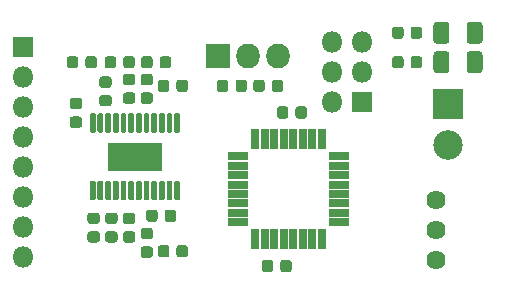
<source format=gbr>
%TF.GenerationSoftware,KiCad,Pcbnew,(5.1.6)-1*%
%TF.CreationDate,2020-11-02T22:50:54-07:00*%
%TF.ProjectId,single_driver,73696e67-6c65-45f6-9472-697665722e6b,rev?*%
%TF.SameCoordinates,Original*%
%TF.FileFunction,Soldermask,Top*%
%TF.FilePolarity,Negative*%
%FSLAX46Y46*%
G04 Gerber Fmt 4.6, Leading zero omitted, Abs format (unit mm)*
G04 Created by KiCad (PCBNEW (5.1.6)-1) date 2020-11-02 22:50:54*
%MOMM*%
%LPD*%
G01*
G04 APERTURE LIST*
%ADD10O,1.800000X1.800000*%
%ADD11R,1.800000X1.800000*%
%ADD12C,1.624000*%
%ADD13R,4.680000X2.400000*%
%ADD14O,2.005000X2.100000*%
%ADD15R,2.005000X2.100000*%
%ADD16R,0.650000X1.700000*%
%ADD17R,1.700000X0.650000*%
%ADD18C,2.500000*%
%ADD19R,2.500000X2.500000*%
G04 APERTURE END LIST*
D10*
%TO.C,J1*%
X166210000Y-94750000D03*
X168750000Y-94750000D03*
X166210000Y-97290000D03*
X168750000Y-97290000D03*
X166210000Y-99830000D03*
D11*
X168750000Y-99830000D03*
%TD*%
D12*
%TO.C,RV1*%
X175000000Y-108170000D03*
X175000000Y-110710000D03*
X175000000Y-113250000D03*
%TD*%
D13*
%TO.C,U3*%
X149500000Y-104500000D03*
G36*
G01*
X146050000Y-102475000D02*
X145800000Y-102475000D01*
G75*
G02*
X145675000Y-102350000I0J125000D01*
G01*
X145675000Y-100925000D01*
G75*
G02*
X145800000Y-100800000I125000J0D01*
G01*
X146050000Y-100800000D01*
G75*
G02*
X146175000Y-100925000I0J-125000D01*
G01*
X146175000Y-102350000D01*
G75*
G02*
X146050000Y-102475000I-125000J0D01*
G01*
G37*
G36*
G01*
X146700000Y-102475000D02*
X146450000Y-102475000D01*
G75*
G02*
X146325000Y-102350000I0J125000D01*
G01*
X146325000Y-100925000D01*
G75*
G02*
X146450000Y-100800000I125000J0D01*
G01*
X146700000Y-100800000D01*
G75*
G02*
X146825000Y-100925000I0J-125000D01*
G01*
X146825000Y-102350000D01*
G75*
G02*
X146700000Y-102475000I-125000J0D01*
G01*
G37*
G36*
G01*
X147350000Y-102475000D02*
X147100000Y-102475000D01*
G75*
G02*
X146975000Y-102350000I0J125000D01*
G01*
X146975000Y-100925000D01*
G75*
G02*
X147100000Y-100800000I125000J0D01*
G01*
X147350000Y-100800000D01*
G75*
G02*
X147475000Y-100925000I0J-125000D01*
G01*
X147475000Y-102350000D01*
G75*
G02*
X147350000Y-102475000I-125000J0D01*
G01*
G37*
G36*
G01*
X148000000Y-102475000D02*
X147750000Y-102475000D01*
G75*
G02*
X147625000Y-102350000I0J125000D01*
G01*
X147625000Y-100925000D01*
G75*
G02*
X147750000Y-100800000I125000J0D01*
G01*
X148000000Y-100800000D01*
G75*
G02*
X148125000Y-100925000I0J-125000D01*
G01*
X148125000Y-102350000D01*
G75*
G02*
X148000000Y-102475000I-125000J0D01*
G01*
G37*
G36*
G01*
X148650000Y-102475000D02*
X148400000Y-102475000D01*
G75*
G02*
X148275000Y-102350000I0J125000D01*
G01*
X148275000Y-100925000D01*
G75*
G02*
X148400000Y-100800000I125000J0D01*
G01*
X148650000Y-100800000D01*
G75*
G02*
X148775000Y-100925000I0J-125000D01*
G01*
X148775000Y-102350000D01*
G75*
G02*
X148650000Y-102475000I-125000J0D01*
G01*
G37*
G36*
G01*
X149300000Y-102475000D02*
X149050000Y-102475000D01*
G75*
G02*
X148925000Y-102350000I0J125000D01*
G01*
X148925000Y-100925000D01*
G75*
G02*
X149050000Y-100800000I125000J0D01*
G01*
X149300000Y-100800000D01*
G75*
G02*
X149425000Y-100925000I0J-125000D01*
G01*
X149425000Y-102350000D01*
G75*
G02*
X149300000Y-102475000I-125000J0D01*
G01*
G37*
G36*
G01*
X149950000Y-102475000D02*
X149700000Y-102475000D01*
G75*
G02*
X149575000Y-102350000I0J125000D01*
G01*
X149575000Y-100925000D01*
G75*
G02*
X149700000Y-100800000I125000J0D01*
G01*
X149950000Y-100800000D01*
G75*
G02*
X150075000Y-100925000I0J-125000D01*
G01*
X150075000Y-102350000D01*
G75*
G02*
X149950000Y-102475000I-125000J0D01*
G01*
G37*
G36*
G01*
X150600000Y-102475000D02*
X150350000Y-102475000D01*
G75*
G02*
X150225000Y-102350000I0J125000D01*
G01*
X150225000Y-100925000D01*
G75*
G02*
X150350000Y-100800000I125000J0D01*
G01*
X150600000Y-100800000D01*
G75*
G02*
X150725000Y-100925000I0J-125000D01*
G01*
X150725000Y-102350000D01*
G75*
G02*
X150600000Y-102475000I-125000J0D01*
G01*
G37*
G36*
G01*
X151250000Y-102475000D02*
X151000000Y-102475000D01*
G75*
G02*
X150875000Y-102350000I0J125000D01*
G01*
X150875000Y-100925000D01*
G75*
G02*
X151000000Y-100800000I125000J0D01*
G01*
X151250000Y-100800000D01*
G75*
G02*
X151375000Y-100925000I0J-125000D01*
G01*
X151375000Y-102350000D01*
G75*
G02*
X151250000Y-102475000I-125000J0D01*
G01*
G37*
G36*
G01*
X151900000Y-102475000D02*
X151650000Y-102475000D01*
G75*
G02*
X151525000Y-102350000I0J125000D01*
G01*
X151525000Y-100925000D01*
G75*
G02*
X151650000Y-100800000I125000J0D01*
G01*
X151900000Y-100800000D01*
G75*
G02*
X152025000Y-100925000I0J-125000D01*
G01*
X152025000Y-102350000D01*
G75*
G02*
X151900000Y-102475000I-125000J0D01*
G01*
G37*
G36*
G01*
X152550000Y-102475000D02*
X152300000Y-102475000D01*
G75*
G02*
X152175000Y-102350000I0J125000D01*
G01*
X152175000Y-100925000D01*
G75*
G02*
X152300000Y-100800000I125000J0D01*
G01*
X152550000Y-100800000D01*
G75*
G02*
X152675000Y-100925000I0J-125000D01*
G01*
X152675000Y-102350000D01*
G75*
G02*
X152550000Y-102475000I-125000J0D01*
G01*
G37*
G36*
G01*
X153200000Y-102475000D02*
X152950000Y-102475000D01*
G75*
G02*
X152825000Y-102350000I0J125000D01*
G01*
X152825000Y-100925000D01*
G75*
G02*
X152950000Y-100800000I125000J0D01*
G01*
X153200000Y-100800000D01*
G75*
G02*
X153325000Y-100925000I0J-125000D01*
G01*
X153325000Y-102350000D01*
G75*
G02*
X153200000Y-102475000I-125000J0D01*
G01*
G37*
G36*
G01*
X153200000Y-108200000D02*
X152950000Y-108200000D01*
G75*
G02*
X152825000Y-108075000I0J125000D01*
G01*
X152825000Y-106650000D01*
G75*
G02*
X152950000Y-106525000I125000J0D01*
G01*
X153200000Y-106525000D01*
G75*
G02*
X153325000Y-106650000I0J-125000D01*
G01*
X153325000Y-108075000D01*
G75*
G02*
X153200000Y-108200000I-125000J0D01*
G01*
G37*
G36*
G01*
X152550000Y-108200000D02*
X152300000Y-108200000D01*
G75*
G02*
X152175000Y-108075000I0J125000D01*
G01*
X152175000Y-106650000D01*
G75*
G02*
X152300000Y-106525000I125000J0D01*
G01*
X152550000Y-106525000D01*
G75*
G02*
X152675000Y-106650000I0J-125000D01*
G01*
X152675000Y-108075000D01*
G75*
G02*
X152550000Y-108200000I-125000J0D01*
G01*
G37*
G36*
G01*
X151900000Y-108200000D02*
X151650000Y-108200000D01*
G75*
G02*
X151525000Y-108075000I0J125000D01*
G01*
X151525000Y-106650000D01*
G75*
G02*
X151650000Y-106525000I125000J0D01*
G01*
X151900000Y-106525000D01*
G75*
G02*
X152025000Y-106650000I0J-125000D01*
G01*
X152025000Y-108075000D01*
G75*
G02*
X151900000Y-108200000I-125000J0D01*
G01*
G37*
G36*
G01*
X151250000Y-108200000D02*
X151000000Y-108200000D01*
G75*
G02*
X150875000Y-108075000I0J125000D01*
G01*
X150875000Y-106650000D01*
G75*
G02*
X151000000Y-106525000I125000J0D01*
G01*
X151250000Y-106525000D01*
G75*
G02*
X151375000Y-106650000I0J-125000D01*
G01*
X151375000Y-108075000D01*
G75*
G02*
X151250000Y-108200000I-125000J0D01*
G01*
G37*
G36*
G01*
X150600000Y-108200000D02*
X150350000Y-108200000D01*
G75*
G02*
X150225000Y-108075000I0J125000D01*
G01*
X150225000Y-106650000D01*
G75*
G02*
X150350000Y-106525000I125000J0D01*
G01*
X150600000Y-106525000D01*
G75*
G02*
X150725000Y-106650000I0J-125000D01*
G01*
X150725000Y-108075000D01*
G75*
G02*
X150600000Y-108200000I-125000J0D01*
G01*
G37*
G36*
G01*
X149950000Y-108200000D02*
X149700000Y-108200000D01*
G75*
G02*
X149575000Y-108075000I0J125000D01*
G01*
X149575000Y-106650000D01*
G75*
G02*
X149700000Y-106525000I125000J0D01*
G01*
X149950000Y-106525000D01*
G75*
G02*
X150075000Y-106650000I0J-125000D01*
G01*
X150075000Y-108075000D01*
G75*
G02*
X149950000Y-108200000I-125000J0D01*
G01*
G37*
G36*
G01*
X149300000Y-108200000D02*
X149050000Y-108200000D01*
G75*
G02*
X148925000Y-108075000I0J125000D01*
G01*
X148925000Y-106650000D01*
G75*
G02*
X149050000Y-106525000I125000J0D01*
G01*
X149300000Y-106525000D01*
G75*
G02*
X149425000Y-106650000I0J-125000D01*
G01*
X149425000Y-108075000D01*
G75*
G02*
X149300000Y-108200000I-125000J0D01*
G01*
G37*
G36*
G01*
X148650000Y-108200000D02*
X148400000Y-108200000D01*
G75*
G02*
X148275000Y-108075000I0J125000D01*
G01*
X148275000Y-106650000D01*
G75*
G02*
X148400000Y-106525000I125000J0D01*
G01*
X148650000Y-106525000D01*
G75*
G02*
X148775000Y-106650000I0J-125000D01*
G01*
X148775000Y-108075000D01*
G75*
G02*
X148650000Y-108200000I-125000J0D01*
G01*
G37*
G36*
G01*
X148000000Y-108200000D02*
X147750000Y-108200000D01*
G75*
G02*
X147625000Y-108075000I0J125000D01*
G01*
X147625000Y-106650000D01*
G75*
G02*
X147750000Y-106525000I125000J0D01*
G01*
X148000000Y-106525000D01*
G75*
G02*
X148125000Y-106650000I0J-125000D01*
G01*
X148125000Y-108075000D01*
G75*
G02*
X148000000Y-108200000I-125000J0D01*
G01*
G37*
G36*
G01*
X147350000Y-108200000D02*
X147100000Y-108200000D01*
G75*
G02*
X146975000Y-108075000I0J125000D01*
G01*
X146975000Y-106650000D01*
G75*
G02*
X147100000Y-106525000I125000J0D01*
G01*
X147350000Y-106525000D01*
G75*
G02*
X147475000Y-106650000I0J-125000D01*
G01*
X147475000Y-108075000D01*
G75*
G02*
X147350000Y-108200000I-125000J0D01*
G01*
G37*
G36*
G01*
X146700000Y-108200000D02*
X146450000Y-108200000D01*
G75*
G02*
X146325000Y-108075000I0J125000D01*
G01*
X146325000Y-106650000D01*
G75*
G02*
X146450000Y-106525000I125000J0D01*
G01*
X146700000Y-106525000D01*
G75*
G02*
X146825000Y-106650000I0J-125000D01*
G01*
X146825000Y-108075000D01*
G75*
G02*
X146700000Y-108200000I-125000J0D01*
G01*
G37*
G36*
G01*
X146050000Y-108200000D02*
X145800000Y-108200000D01*
G75*
G02*
X145675000Y-108075000I0J125000D01*
G01*
X145675000Y-106650000D01*
G75*
G02*
X145800000Y-106525000I125000J0D01*
G01*
X146050000Y-106525000D01*
G75*
G02*
X146175000Y-106650000I0J-125000D01*
G01*
X146175000Y-108075000D01*
G75*
G02*
X146050000Y-108200000I-125000J0D01*
G01*
G37*
%TD*%
D14*
%TO.C,U2*%
X161580000Y-96000000D03*
X159040000Y-96000000D03*
D15*
X156500000Y-96000000D03*
%TD*%
D16*
%TO.C,U1*%
X159700000Y-111500000D03*
X160500000Y-111500000D03*
X161300000Y-111500000D03*
X162100000Y-111500000D03*
X162900000Y-111500000D03*
X163700000Y-111500000D03*
X164500000Y-111500000D03*
X165300000Y-111500000D03*
D17*
X166750000Y-110050000D03*
X166750000Y-109250000D03*
X166750000Y-108450000D03*
X166750000Y-107650000D03*
X166750000Y-106850000D03*
X166750000Y-106050000D03*
X166750000Y-105250000D03*
X166750000Y-104450000D03*
D16*
X165300000Y-103000000D03*
X164500000Y-103000000D03*
X163700000Y-103000000D03*
X162900000Y-103000000D03*
X162100000Y-103000000D03*
X161300000Y-103000000D03*
X160500000Y-103000000D03*
X159700000Y-103000000D03*
D17*
X158250000Y-104450000D03*
X158250000Y-105250000D03*
X158250000Y-106050000D03*
X158250000Y-106850000D03*
X158250000Y-107650000D03*
X158250000Y-108450000D03*
X158250000Y-109250000D03*
X158250000Y-110050000D03*
%TD*%
%TO.C,R11*%
G36*
G01*
X148718750Y-110800000D02*
X149281250Y-110800000D01*
G75*
G02*
X149525000Y-111043750I0J-243750D01*
G01*
X149525000Y-111531250D01*
G75*
G02*
X149281250Y-111775000I-243750J0D01*
G01*
X148718750Y-111775000D01*
G75*
G02*
X148475000Y-111531250I0J243750D01*
G01*
X148475000Y-111043750D01*
G75*
G02*
X148718750Y-110800000I243750J0D01*
G01*
G37*
G36*
G01*
X148718750Y-109225000D02*
X149281250Y-109225000D01*
G75*
G02*
X149525000Y-109468750I0J-243750D01*
G01*
X149525000Y-109956250D01*
G75*
G02*
X149281250Y-110200000I-243750J0D01*
G01*
X148718750Y-110200000D01*
G75*
G02*
X148475000Y-109956250I0J243750D01*
G01*
X148475000Y-109468750D01*
G75*
G02*
X148718750Y-109225000I243750J0D01*
G01*
G37*
%TD*%
%TO.C,R10*%
G36*
G01*
X147218750Y-110800000D02*
X147781250Y-110800000D01*
G75*
G02*
X148025000Y-111043750I0J-243750D01*
G01*
X148025000Y-111531250D01*
G75*
G02*
X147781250Y-111775000I-243750J0D01*
G01*
X147218750Y-111775000D01*
G75*
G02*
X146975000Y-111531250I0J243750D01*
G01*
X146975000Y-111043750D01*
G75*
G02*
X147218750Y-110800000I243750J0D01*
G01*
G37*
G36*
G01*
X147218750Y-109225000D02*
X147781250Y-109225000D01*
G75*
G02*
X148025000Y-109468750I0J-243750D01*
G01*
X148025000Y-109956250D01*
G75*
G02*
X147781250Y-110200000I-243750J0D01*
G01*
X147218750Y-110200000D01*
G75*
G02*
X146975000Y-109956250I0J243750D01*
G01*
X146975000Y-109468750D01*
G75*
G02*
X147218750Y-109225000I243750J0D01*
G01*
G37*
%TD*%
%TO.C,R9*%
G36*
G01*
X145718750Y-110800000D02*
X146281250Y-110800000D01*
G75*
G02*
X146525000Y-111043750I0J-243750D01*
G01*
X146525000Y-111531250D01*
G75*
G02*
X146281250Y-111775000I-243750J0D01*
G01*
X145718750Y-111775000D01*
G75*
G02*
X145475000Y-111531250I0J243750D01*
G01*
X145475000Y-111043750D01*
G75*
G02*
X145718750Y-110800000I243750J0D01*
G01*
G37*
G36*
G01*
X145718750Y-109225000D02*
X146281250Y-109225000D01*
G75*
G02*
X146525000Y-109468750I0J-243750D01*
G01*
X146525000Y-109956250D01*
G75*
G02*
X146281250Y-110200000I-243750J0D01*
G01*
X145718750Y-110200000D01*
G75*
G02*
X145475000Y-109956250I0J243750D01*
G01*
X145475000Y-109468750D01*
G75*
G02*
X145718750Y-109225000I243750J0D01*
G01*
G37*
%TD*%
%TO.C,R8*%
G36*
G01*
X148718750Y-99050000D02*
X149281250Y-99050000D01*
G75*
G02*
X149525000Y-99293750I0J-243750D01*
G01*
X149525000Y-99781250D01*
G75*
G02*
X149281250Y-100025000I-243750J0D01*
G01*
X148718750Y-100025000D01*
G75*
G02*
X148475000Y-99781250I0J243750D01*
G01*
X148475000Y-99293750D01*
G75*
G02*
X148718750Y-99050000I243750J0D01*
G01*
G37*
G36*
G01*
X148718750Y-97475000D02*
X149281250Y-97475000D01*
G75*
G02*
X149525000Y-97718750I0J-243750D01*
G01*
X149525000Y-98206250D01*
G75*
G02*
X149281250Y-98450000I-243750J0D01*
G01*
X148718750Y-98450000D01*
G75*
G02*
X148475000Y-98206250I0J243750D01*
G01*
X148475000Y-97718750D01*
G75*
G02*
X148718750Y-97475000I243750J0D01*
G01*
G37*
%TD*%
%TO.C,R7*%
G36*
G01*
X144218750Y-101087500D02*
X144781250Y-101087500D01*
G75*
G02*
X145025000Y-101331250I0J-243750D01*
G01*
X145025000Y-101818750D01*
G75*
G02*
X144781250Y-102062500I-243750J0D01*
G01*
X144218750Y-102062500D01*
G75*
G02*
X143975000Y-101818750I0J243750D01*
G01*
X143975000Y-101331250D01*
G75*
G02*
X144218750Y-101087500I243750J0D01*
G01*
G37*
G36*
G01*
X144218750Y-99512500D02*
X144781250Y-99512500D01*
G75*
G02*
X145025000Y-99756250I0J-243750D01*
G01*
X145025000Y-100243750D01*
G75*
G02*
X144781250Y-100487500I-243750J0D01*
G01*
X144218750Y-100487500D01*
G75*
G02*
X143975000Y-100243750I0J243750D01*
G01*
X143975000Y-99756250D01*
G75*
G02*
X144218750Y-99512500I243750J0D01*
G01*
G37*
%TD*%
%TO.C,R6*%
G36*
G01*
X150781250Y-98450000D02*
X150218750Y-98450000D01*
G75*
G02*
X149975000Y-98206250I0J243750D01*
G01*
X149975000Y-97718750D01*
G75*
G02*
X150218750Y-97475000I243750J0D01*
G01*
X150781250Y-97475000D01*
G75*
G02*
X151025000Y-97718750I0J-243750D01*
G01*
X151025000Y-98206250D01*
G75*
G02*
X150781250Y-98450000I-243750J0D01*
G01*
G37*
G36*
G01*
X150781250Y-100025000D02*
X150218750Y-100025000D01*
G75*
G02*
X149975000Y-99781250I0J243750D01*
G01*
X149975000Y-99293750D01*
G75*
G02*
X150218750Y-99050000I243750J0D01*
G01*
X150781250Y-99050000D01*
G75*
G02*
X151025000Y-99293750I0J-243750D01*
G01*
X151025000Y-99781250D01*
G75*
G02*
X150781250Y-100025000I-243750J0D01*
G01*
G37*
%TD*%
%TO.C,R5*%
G36*
G01*
X150987500Y-96218750D02*
X150987500Y-96781250D01*
G75*
G02*
X150743750Y-97025000I-243750J0D01*
G01*
X150256250Y-97025000D01*
G75*
G02*
X150012500Y-96781250I0J243750D01*
G01*
X150012500Y-96218750D01*
G75*
G02*
X150256250Y-95975000I243750J0D01*
G01*
X150743750Y-95975000D01*
G75*
G02*
X150987500Y-96218750I0J-243750D01*
G01*
G37*
G36*
G01*
X152562500Y-96218750D02*
X152562500Y-96781250D01*
G75*
G02*
X152318750Y-97025000I-243750J0D01*
G01*
X151831250Y-97025000D01*
G75*
G02*
X151587500Y-96781250I0J243750D01*
G01*
X151587500Y-96218750D01*
G75*
G02*
X151831250Y-95975000I243750J0D01*
G01*
X152318750Y-95975000D01*
G75*
G02*
X152562500Y-96218750I0J-243750D01*
G01*
G37*
%TD*%
%TO.C,R4*%
G36*
G01*
X172237500Y-96218750D02*
X172237500Y-96781250D01*
G75*
G02*
X171993750Y-97025000I-243750J0D01*
G01*
X171506250Y-97025000D01*
G75*
G02*
X171262500Y-96781250I0J243750D01*
G01*
X171262500Y-96218750D01*
G75*
G02*
X171506250Y-95975000I243750J0D01*
G01*
X171993750Y-95975000D01*
G75*
G02*
X172237500Y-96218750I0J-243750D01*
G01*
G37*
G36*
G01*
X173812500Y-96218750D02*
X173812500Y-96781250D01*
G75*
G02*
X173568750Y-97025000I-243750J0D01*
G01*
X173081250Y-97025000D01*
G75*
G02*
X172837500Y-96781250I0J243750D01*
G01*
X172837500Y-96218750D01*
G75*
G02*
X173081250Y-95975000I243750J0D01*
G01*
X173568750Y-95975000D01*
G75*
G02*
X173812500Y-96218750I0J-243750D01*
G01*
G37*
%TD*%
%TO.C,R3*%
G36*
G01*
X145300000Y-96781250D02*
X145300000Y-96218750D01*
G75*
G02*
X145543750Y-95975000I243750J0D01*
G01*
X146031250Y-95975000D01*
G75*
G02*
X146275000Y-96218750I0J-243750D01*
G01*
X146275000Y-96781250D01*
G75*
G02*
X146031250Y-97025000I-243750J0D01*
G01*
X145543750Y-97025000D01*
G75*
G02*
X145300000Y-96781250I0J243750D01*
G01*
G37*
G36*
G01*
X143725000Y-96781250D02*
X143725000Y-96218750D01*
G75*
G02*
X143968750Y-95975000I243750J0D01*
G01*
X144456250Y-95975000D01*
G75*
G02*
X144700000Y-96218750I0J-243750D01*
G01*
X144700000Y-96781250D01*
G75*
G02*
X144456250Y-97025000I-243750J0D01*
G01*
X143968750Y-97025000D01*
G75*
G02*
X143725000Y-96781250I0J243750D01*
G01*
G37*
%TD*%
%TO.C,R2*%
G36*
G01*
X148512500Y-96781250D02*
X148512500Y-96218750D01*
G75*
G02*
X148756250Y-95975000I243750J0D01*
G01*
X149243750Y-95975000D01*
G75*
G02*
X149487500Y-96218750I0J-243750D01*
G01*
X149487500Y-96781250D01*
G75*
G02*
X149243750Y-97025000I-243750J0D01*
G01*
X148756250Y-97025000D01*
G75*
G02*
X148512500Y-96781250I0J243750D01*
G01*
G37*
G36*
G01*
X146937500Y-96781250D02*
X146937500Y-96218750D01*
G75*
G02*
X147181250Y-95975000I243750J0D01*
G01*
X147668750Y-95975000D01*
G75*
G02*
X147912500Y-96218750I0J-243750D01*
G01*
X147912500Y-96781250D01*
G75*
G02*
X147668750Y-97025000I-243750J0D01*
G01*
X147181250Y-97025000D01*
G75*
G02*
X146937500Y-96781250I0J243750D01*
G01*
G37*
%TD*%
%TO.C,R1*%
G36*
G01*
X172237500Y-93718750D02*
X172237500Y-94281250D01*
G75*
G02*
X171993750Y-94525000I-243750J0D01*
G01*
X171506250Y-94525000D01*
G75*
G02*
X171262500Y-94281250I0J243750D01*
G01*
X171262500Y-93718750D01*
G75*
G02*
X171506250Y-93475000I243750J0D01*
G01*
X171993750Y-93475000D01*
G75*
G02*
X172237500Y-93718750I0J-243750D01*
G01*
G37*
G36*
G01*
X173812500Y-93718750D02*
X173812500Y-94281250D01*
G75*
G02*
X173568750Y-94525000I-243750J0D01*
G01*
X173081250Y-94525000D01*
G75*
G02*
X172837500Y-94281250I0J243750D01*
G01*
X172837500Y-93718750D01*
G75*
G02*
X173081250Y-93475000I243750J0D01*
G01*
X173568750Y-93475000D01*
G75*
G02*
X173812500Y-93718750I0J-243750D01*
G01*
G37*
%TD*%
D10*
%TO.C,J3*%
X140000000Y-113000000D03*
X140000000Y-110460000D03*
X140000000Y-107920000D03*
X140000000Y-105380000D03*
X140000000Y-102840000D03*
X140000000Y-100300000D03*
X140000000Y-97760000D03*
D11*
X140000000Y-95220000D03*
%TD*%
D18*
%TO.C,J2*%
X176000000Y-103500000D03*
D19*
X176000000Y-100000000D03*
%TD*%
%TO.C,D2*%
G36*
G01*
X177575000Y-97155000D02*
X177575000Y-95845000D01*
G75*
G02*
X177845000Y-95575000I270000J0D01*
G01*
X178655000Y-95575000D01*
G75*
G02*
X178925000Y-95845000I0J-270000D01*
G01*
X178925000Y-97155000D01*
G75*
G02*
X178655000Y-97425000I-270000J0D01*
G01*
X177845000Y-97425000D01*
G75*
G02*
X177575000Y-97155000I0J270000D01*
G01*
G37*
G36*
G01*
X174775000Y-97155000D02*
X174775000Y-95845000D01*
G75*
G02*
X175045000Y-95575000I270000J0D01*
G01*
X175855000Y-95575000D01*
G75*
G02*
X176125000Y-95845000I0J-270000D01*
G01*
X176125000Y-97155000D01*
G75*
G02*
X175855000Y-97425000I-270000J0D01*
G01*
X175045000Y-97425000D01*
G75*
G02*
X174775000Y-97155000I0J270000D01*
G01*
G37*
%TD*%
%TO.C,D1*%
G36*
G01*
X177575000Y-94655000D02*
X177575000Y-93345000D01*
G75*
G02*
X177845000Y-93075000I270000J0D01*
G01*
X178655000Y-93075000D01*
G75*
G02*
X178925000Y-93345000I0J-270000D01*
G01*
X178925000Y-94655000D01*
G75*
G02*
X178655000Y-94925000I-270000J0D01*
G01*
X177845000Y-94925000D01*
G75*
G02*
X177575000Y-94655000I0J270000D01*
G01*
G37*
G36*
G01*
X174775000Y-94655000D02*
X174775000Y-93345000D01*
G75*
G02*
X175045000Y-93075000I270000J0D01*
G01*
X175855000Y-93075000D01*
G75*
G02*
X176125000Y-93345000I0J-270000D01*
G01*
X176125000Y-94655000D01*
G75*
G02*
X175855000Y-94925000I-270000J0D01*
G01*
X175045000Y-94925000D01*
G75*
G02*
X174775000Y-94655000I0J270000D01*
G01*
G37*
%TD*%
%TO.C,C9*%
G36*
G01*
X151412500Y-109218750D02*
X151412500Y-109781250D01*
G75*
G02*
X151168750Y-110025000I-243750J0D01*
G01*
X150681250Y-110025000D01*
G75*
G02*
X150437500Y-109781250I0J243750D01*
G01*
X150437500Y-109218750D01*
G75*
G02*
X150681250Y-108975000I243750J0D01*
G01*
X151168750Y-108975000D01*
G75*
G02*
X151412500Y-109218750I0J-243750D01*
G01*
G37*
G36*
G01*
X152987500Y-109218750D02*
X152987500Y-109781250D01*
G75*
G02*
X152743750Y-110025000I-243750J0D01*
G01*
X152256250Y-110025000D01*
G75*
G02*
X152012500Y-109781250I0J243750D01*
G01*
X152012500Y-109218750D01*
G75*
G02*
X152256250Y-108975000I243750J0D01*
G01*
X152743750Y-108975000D01*
G75*
G02*
X152987500Y-109218750I0J-243750D01*
G01*
G37*
%TD*%
%TO.C,C8*%
G36*
G01*
X150781250Y-111487500D02*
X150218750Y-111487500D01*
G75*
G02*
X149975000Y-111243750I0J243750D01*
G01*
X149975000Y-110756250D01*
G75*
G02*
X150218750Y-110512500I243750J0D01*
G01*
X150781250Y-110512500D01*
G75*
G02*
X151025000Y-110756250I0J-243750D01*
G01*
X151025000Y-111243750D01*
G75*
G02*
X150781250Y-111487500I-243750J0D01*
G01*
G37*
G36*
G01*
X150781250Y-113062500D02*
X150218750Y-113062500D01*
G75*
G02*
X149975000Y-112818750I0J243750D01*
G01*
X149975000Y-112331250D01*
G75*
G02*
X150218750Y-112087500I243750J0D01*
G01*
X150781250Y-112087500D01*
G75*
G02*
X151025000Y-112331250I0J-243750D01*
G01*
X151025000Y-112818750D01*
G75*
G02*
X150781250Y-113062500I-243750J0D01*
G01*
G37*
%TD*%
%TO.C,C7*%
G36*
G01*
X146718750Y-99262500D02*
X147281250Y-99262500D01*
G75*
G02*
X147525000Y-99506250I0J-243750D01*
G01*
X147525000Y-99993750D01*
G75*
G02*
X147281250Y-100237500I-243750J0D01*
G01*
X146718750Y-100237500D01*
G75*
G02*
X146475000Y-99993750I0J243750D01*
G01*
X146475000Y-99506250D01*
G75*
G02*
X146718750Y-99262500I243750J0D01*
G01*
G37*
G36*
G01*
X146718750Y-97687500D02*
X147281250Y-97687500D01*
G75*
G02*
X147525000Y-97931250I0J-243750D01*
G01*
X147525000Y-98418750D01*
G75*
G02*
X147281250Y-98662500I-243750J0D01*
G01*
X146718750Y-98662500D01*
G75*
G02*
X146475000Y-98418750I0J243750D01*
G01*
X146475000Y-97931250D01*
G75*
G02*
X146718750Y-97687500I243750J0D01*
G01*
G37*
%TD*%
%TO.C,C6*%
G36*
G01*
X152412500Y-98218750D02*
X152412500Y-98781250D01*
G75*
G02*
X152168750Y-99025000I-243750J0D01*
G01*
X151681250Y-99025000D01*
G75*
G02*
X151437500Y-98781250I0J243750D01*
G01*
X151437500Y-98218750D01*
G75*
G02*
X151681250Y-97975000I243750J0D01*
G01*
X152168750Y-97975000D01*
G75*
G02*
X152412500Y-98218750I0J-243750D01*
G01*
G37*
G36*
G01*
X153987500Y-98218750D02*
X153987500Y-98781250D01*
G75*
G02*
X153743750Y-99025000I-243750J0D01*
G01*
X153256250Y-99025000D01*
G75*
G02*
X153012500Y-98781250I0J243750D01*
G01*
X153012500Y-98218750D01*
G75*
G02*
X153256250Y-97975000I243750J0D01*
G01*
X153743750Y-97975000D01*
G75*
G02*
X153987500Y-98218750I0J-243750D01*
G01*
G37*
%TD*%
%TO.C,C5*%
G36*
G01*
X152412500Y-112218750D02*
X152412500Y-112781250D01*
G75*
G02*
X152168750Y-113025000I-243750J0D01*
G01*
X151681250Y-113025000D01*
G75*
G02*
X151437500Y-112781250I0J243750D01*
G01*
X151437500Y-112218750D01*
G75*
G02*
X151681250Y-111975000I243750J0D01*
G01*
X152168750Y-111975000D01*
G75*
G02*
X152412500Y-112218750I0J-243750D01*
G01*
G37*
G36*
G01*
X153987500Y-112218750D02*
X153987500Y-112781250D01*
G75*
G02*
X153743750Y-113025000I-243750J0D01*
G01*
X153256250Y-113025000D01*
G75*
G02*
X153012500Y-112781250I0J243750D01*
G01*
X153012500Y-112218750D01*
G75*
G02*
X153256250Y-111975000I243750J0D01*
G01*
X153743750Y-111975000D01*
G75*
G02*
X153987500Y-112218750I0J-243750D01*
G01*
G37*
%TD*%
%TO.C,C4*%
G36*
G01*
X160487500Y-98218750D02*
X160487500Y-98781250D01*
G75*
G02*
X160243750Y-99025000I-243750J0D01*
G01*
X159756250Y-99025000D01*
G75*
G02*
X159512500Y-98781250I0J243750D01*
G01*
X159512500Y-98218750D01*
G75*
G02*
X159756250Y-97975000I243750J0D01*
G01*
X160243750Y-97975000D01*
G75*
G02*
X160487500Y-98218750I0J-243750D01*
G01*
G37*
G36*
G01*
X162062500Y-98218750D02*
X162062500Y-98781250D01*
G75*
G02*
X161818750Y-99025000I-243750J0D01*
G01*
X161331250Y-99025000D01*
G75*
G02*
X161087500Y-98781250I0J243750D01*
G01*
X161087500Y-98218750D01*
G75*
G02*
X161331250Y-97975000I243750J0D01*
G01*
X161818750Y-97975000D01*
G75*
G02*
X162062500Y-98218750I0J-243750D01*
G01*
G37*
%TD*%
%TO.C,C3*%
G36*
G01*
X158012500Y-98781250D02*
X158012500Y-98218750D01*
G75*
G02*
X158256250Y-97975000I243750J0D01*
G01*
X158743750Y-97975000D01*
G75*
G02*
X158987500Y-98218750I0J-243750D01*
G01*
X158987500Y-98781250D01*
G75*
G02*
X158743750Y-99025000I-243750J0D01*
G01*
X158256250Y-99025000D01*
G75*
G02*
X158012500Y-98781250I0J243750D01*
G01*
G37*
G36*
G01*
X156437500Y-98781250D02*
X156437500Y-98218750D01*
G75*
G02*
X156681250Y-97975000I243750J0D01*
G01*
X157168750Y-97975000D01*
G75*
G02*
X157412500Y-98218750I0J-243750D01*
G01*
X157412500Y-98781250D01*
G75*
G02*
X157168750Y-99025000I-243750J0D01*
G01*
X156681250Y-99025000D01*
G75*
G02*
X156437500Y-98781250I0J243750D01*
G01*
G37*
%TD*%
%TO.C,C2*%
G36*
G01*
X164062500Y-100468750D02*
X164062500Y-101031250D01*
G75*
G02*
X163818750Y-101275000I-243750J0D01*
G01*
X163331250Y-101275000D01*
G75*
G02*
X163087500Y-101031250I0J243750D01*
G01*
X163087500Y-100468750D01*
G75*
G02*
X163331250Y-100225000I243750J0D01*
G01*
X163818750Y-100225000D01*
G75*
G02*
X164062500Y-100468750I0J-243750D01*
G01*
G37*
G36*
G01*
X162487500Y-100468750D02*
X162487500Y-101031250D01*
G75*
G02*
X162243750Y-101275000I-243750J0D01*
G01*
X161756250Y-101275000D01*
G75*
G02*
X161512500Y-101031250I0J243750D01*
G01*
X161512500Y-100468750D01*
G75*
G02*
X161756250Y-100225000I243750J0D01*
G01*
X162243750Y-100225000D01*
G75*
G02*
X162487500Y-100468750I0J-243750D01*
G01*
G37*
%TD*%
%TO.C,C1*%
G36*
G01*
X162775000Y-113468750D02*
X162775000Y-114031250D01*
G75*
G02*
X162531250Y-114275000I-243750J0D01*
G01*
X162043750Y-114275000D01*
G75*
G02*
X161800000Y-114031250I0J243750D01*
G01*
X161800000Y-113468750D01*
G75*
G02*
X162043750Y-113225000I243750J0D01*
G01*
X162531250Y-113225000D01*
G75*
G02*
X162775000Y-113468750I0J-243750D01*
G01*
G37*
G36*
G01*
X161200000Y-113468750D02*
X161200000Y-114031250D01*
G75*
G02*
X160956250Y-114275000I-243750J0D01*
G01*
X160468750Y-114275000D01*
G75*
G02*
X160225000Y-114031250I0J243750D01*
G01*
X160225000Y-113468750D01*
G75*
G02*
X160468750Y-113225000I243750J0D01*
G01*
X160956250Y-113225000D01*
G75*
G02*
X161200000Y-113468750I0J-243750D01*
G01*
G37*
%TD*%
M02*

</source>
